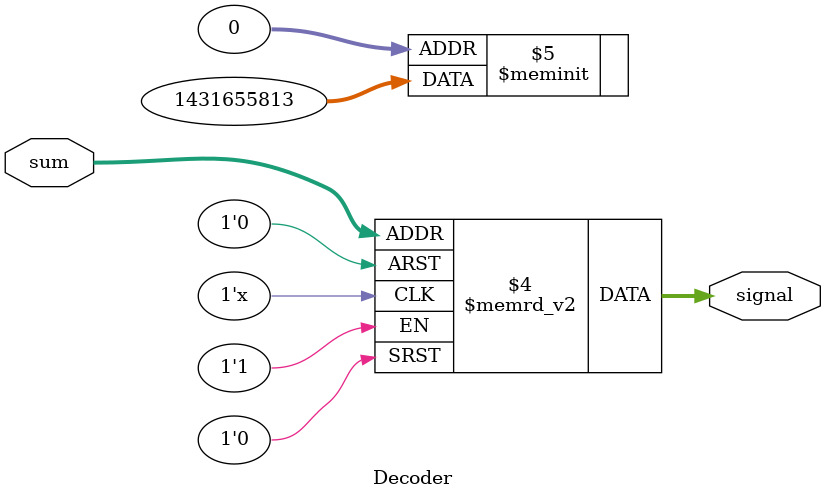
<source format=v>

module Decoder(sum, signal);
	input[3:0] sum;
	output reg [1:0] signal;

	always @(*)
		begin
			case(sum)
				4'd0: signal = 2'b01;
				4'd1: signal = 2'b01;
				4'd2: signal = 2'b00;
				4'd3: signal = 2'b10;
				4'd4: signal = 2'b01;
				4'd5: signal = 2'b01;
				4'd6: signal = 2'b01;
				4'd7: signal = 2'b01;
				4'd8: signal = 2'b01;
				default: signal = 2'b01;
			endcase
		end
endmodule

</source>
